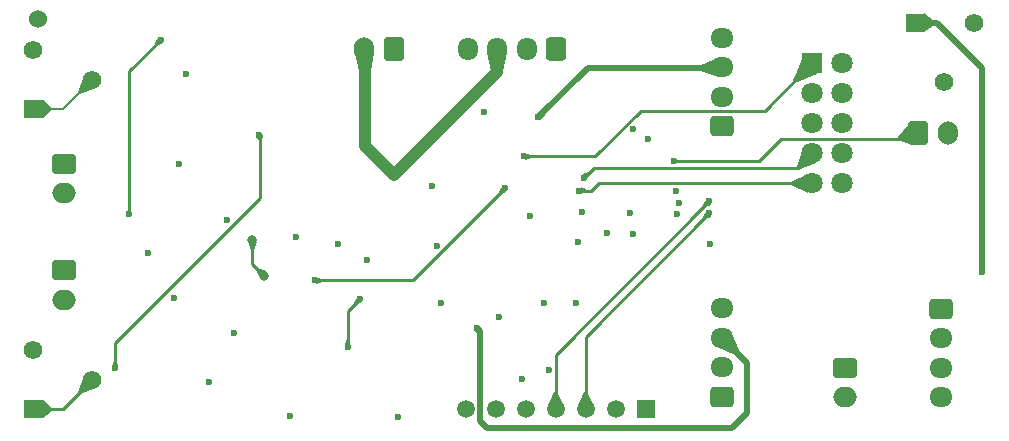
<source format=gbr>
%TF.GenerationSoftware,KiCad,Pcbnew,8.0.6-8.0.6-0~ubuntu24.04.1*%
%TF.CreationDate,2024-10-25T11:14:02+03:00*%
%TF.ProjectId,pss_v2,7073735f-7632-42e6-9b69-6361645f7063,rev?*%
%TF.SameCoordinates,Original*%
%TF.FileFunction,Copper,L2,Inr*%
%TF.FilePolarity,Positive*%
%FSLAX46Y46*%
G04 Gerber Fmt 4.6, Leading zero omitted, Abs format (unit mm)*
G04 Created by KiCad (PCBNEW 8.0.6-8.0.6-0~ubuntu24.04.1) date 2024-10-25 11:14:02*
%MOMM*%
%LPD*%
G01*
G04 APERTURE LIST*
G04 Aperture macros list*
%AMRoundRect*
0 Rectangle with rounded corners*
0 $1 Rounding radius*
0 $2 $3 $4 $5 $6 $7 $8 $9 X,Y pos of 4 corners*
0 Add a 4 corners polygon primitive as box body*
4,1,4,$2,$3,$4,$5,$6,$7,$8,$9,$2,$3,0*
0 Add four circle primitives for the rounded corners*
1,1,$1+$1,$2,$3*
1,1,$1+$1,$4,$5*
1,1,$1+$1,$6,$7*
1,1,$1+$1,$8,$9*
0 Add four rect primitives between the rounded corners*
20,1,$1+$1,$2,$3,$4,$5,0*
20,1,$1+$1,$4,$5,$6,$7,0*
20,1,$1+$1,$6,$7,$8,$9,0*
20,1,$1+$1,$8,$9,$2,$3,0*%
G04 Aperture macros list end*
%TA.AperFunction,ComponentPad*%
%ADD10RoundRect,0.250000X-0.750000X0.600000X-0.750000X-0.600000X0.750000X-0.600000X0.750000X0.600000X0*%
%TD*%
%TA.AperFunction,ComponentPad*%
%ADD11O,2.000000X1.700000*%
%TD*%
%TA.AperFunction,ComponentPad*%
%ADD12O,1.950000X1.700000*%
%TD*%
%TA.AperFunction,ComponentPad*%
%ADD13RoundRect,0.250000X0.725000X-0.600000X0.725000X0.600000X-0.725000X0.600000X-0.725000X-0.600000X0*%
%TD*%
%TA.AperFunction,ComponentPad*%
%ADD14C,1.524000*%
%TD*%
%TA.AperFunction,ComponentPad*%
%ADD15R,1.560000X1.560000*%
%TD*%
%TA.AperFunction,ComponentPad*%
%ADD16C,1.560000*%
%TD*%
%TA.AperFunction,ComponentPad*%
%ADD17RoundRect,0.250000X-0.600000X-0.750000X0.600000X-0.750000X0.600000X0.750000X-0.600000X0.750000X0*%
%TD*%
%TA.AperFunction,ComponentPad*%
%ADD18O,1.700000X2.000000*%
%TD*%
%TA.AperFunction,ComponentPad*%
%ADD19RoundRect,0.250000X-0.725000X0.600000X-0.725000X-0.600000X0.725000X-0.600000X0.725000X0.600000X0*%
%TD*%
%TA.AperFunction,ComponentPad*%
%ADD20R,1.800000X1.800000*%
%TD*%
%TA.AperFunction,ComponentPad*%
%ADD21C,1.800000*%
%TD*%
%TA.AperFunction,ComponentPad*%
%ADD22RoundRect,0.250000X0.600000X0.725000X-0.600000X0.725000X-0.600000X-0.725000X0.600000X-0.725000X0*%
%TD*%
%TA.AperFunction,ComponentPad*%
%ADD23O,1.700000X1.950000*%
%TD*%
%TA.AperFunction,ComponentPad*%
%ADD24RoundRect,0.250000X0.600000X0.750000X-0.600000X0.750000X-0.600000X-0.750000X0.600000X-0.750000X0*%
%TD*%
%TA.AperFunction,ComponentPad*%
%ADD25C,1.500000*%
%TD*%
%TA.AperFunction,ComponentPad*%
%ADD26R,1.500000X1.500000*%
%TD*%
%TA.AperFunction,ViaPad*%
%ADD27C,0.600000*%
%TD*%
%TA.AperFunction,ViaPad*%
%ADD28C,0.800000*%
%TD*%
%TA.AperFunction,Conductor*%
%ADD29C,0.250000*%
%TD*%
%TA.AperFunction,Conductor*%
%ADD30C,0.500000*%
%TD*%
%TA.AperFunction,Conductor*%
%ADD31C,0.200000*%
%TD*%
%TA.AperFunction,Conductor*%
%ADD32C,1.000000*%
%TD*%
G04 APERTURE END LIST*
D10*
%TO.N,GND*%
%TO.C,J4*%
X42325000Y-41950000D03*
D11*
%TO.N,Net-(J4-Pin_2)*%
X42325000Y-44450000D03*
%TD*%
D10*
%TO.N,/WAKEUP_BUTTON*%
%TO.C,J6*%
X108500000Y-50200000D03*
D11*
%TO.N,GND*%
X108500000Y-52700000D03*
%TD*%
D12*
%TO.N,Net-(J8-Pin_4)*%
%TO.C,J8*%
X98075000Y-45150000D03*
%TO.N,+5VP*%
X98075000Y-47650000D03*
%TO.N,/SCL_5V*%
X98075000Y-50150000D03*
D13*
%TO.N,/SDA_5V*%
X98075000Y-52650000D03*
%TD*%
D14*
%TO.N,GND*%
%TO.C,TP1*%
X40200000Y-20700000D03*
%TD*%
D15*
%TO.N,Net-(D2-common)*%
%TO.C,RAV1*%
X39760000Y-28300000D03*
D16*
X44760000Y-25800000D03*
%TO.N,GND*%
X39760000Y-23300000D03*
%TD*%
D10*
%TO.N,GND*%
%TO.C,J3*%
X42325000Y-32900000D03*
D11*
%TO.N,Net-(J3-Pin_2)*%
X42325000Y-35400000D03*
%TD*%
D17*
%TO.N,/LIGHT_VALUE*%
%TO.C,J9*%
X114700000Y-30275000D03*
D18*
%TO.N,GND*%
X117200000Y-30275000D03*
%TD*%
D19*
%TO.N,/INDOOR_FL*%
%TO.C,J12*%
X116625000Y-45190000D03*
D12*
%TO.N,/OUTDOOR_FL*%
X116625000Y-47690000D03*
%TO.N,GND*%
X116625000Y-50190000D03*
X116625000Y-52690000D03*
%TD*%
D15*
%TO.N,Net-(D3-common)*%
%TO.C,RBV1*%
X39760000Y-53700000D03*
D16*
X44760000Y-51200000D03*
%TO.N,GND*%
X39760000Y-48700000D03*
%TD*%
D13*
%TO.N,/SCL*%
%TO.C,J7*%
X98075000Y-29750000D03*
D12*
%TO.N,/SDA*%
X98075000Y-27250000D03*
%TO.N,+3.3V*%
X98075000Y-24750000D03*
%TO.N,GND*%
X98075000Y-22250000D03*
%TD*%
D20*
%TO.N,/MOSI*%
%TO.C,J5*%
X105730000Y-24420000D03*
D21*
%TO.N,+3.3V*%
X108270000Y-24420000D03*
%TO.N,unconnected-(J5-Pin_3-Pad3)*%
X105730000Y-26960000D03*
%TO.N,/RXD*%
X108270000Y-26960000D03*
%TO.N,/RESET#*%
X105730000Y-29500000D03*
%TO.N,/TXD*%
X108270000Y-29500000D03*
%TO.N,/SCK*%
X105730000Y-32040000D03*
%TO.N,GND*%
X108270000Y-32040000D03*
%TO.N,/MISO*%
X105730000Y-34580000D03*
%TO.N,GND*%
X108270000Y-34580000D03*
%TD*%
D22*
%TO.N,/IS_DOOR_OPENED*%
%TO.C,J13*%
X84049000Y-23225000D03*
D23*
%TO.N,GND*%
X81549000Y-23225000D03*
%TO.N,VCC*%
X79049000Y-23225000D03*
%TO.N,GND*%
X76549000Y-23225000D03*
%TD*%
D24*
%TO.N,Net-(J11-Pin_1)*%
%TO.C,J11*%
X70300000Y-23225000D03*
D18*
%TO.N,VCC*%
X67800000Y-23225000D03*
%TD*%
D15*
%TO.N,+3.3V*%
%TO.C,RV1*%
X114400000Y-20960000D03*
D16*
%TO.N,/LIGHT_VALUE*%
X116900000Y-25960000D03*
X119400000Y-20960000D03*
%TD*%
D25*
%TO.N,GND*%
%TO.C,U2*%
X76380000Y-53717500D03*
%TO.N,+5VP*%
X78920000Y-53717500D03*
%TO.N,/LORA_AUX*%
X81460000Y-53717500D03*
%TO.N,/RXD*%
X84000000Y-53717500D03*
%TO.N,/TXD*%
X86540000Y-53717500D03*
%TO.N,/LORA_M1*%
X89080000Y-53717500D03*
D26*
%TO.N,/LORA_M0*%
X91620000Y-53717500D03*
%TD*%
D27*
%TO.N,+3.3V*%
X79700000Y-35000000D03*
X63600000Y-42800000D03*
X82500000Y-29000000D03*
X120081250Y-42081250D03*
%TO.N,GND*%
X54600000Y-51400000D03*
X88300000Y-38800000D03*
X62000000Y-39100000D03*
X74300000Y-44700000D03*
%TO.N,Net-(U1-XTAL1{slash}PB6)*%
X85900000Y-39500000D03*
%TO.N,Net-(D2-common)*%
X52070000Y-32900000D03*
%TO.N,VAA*%
X49500000Y-40500000D03*
X56200000Y-37700000D03*
%TO.N,/VOFFSET*%
X58900000Y-30450000D03*
X52700000Y-25300000D03*
X46700000Y-50200000D03*
%TO.N,VCC*%
X73500000Y-34800000D03*
X70300000Y-33900000D03*
X73908058Y-39908058D03*
%TO.N,/LIGHT_VALUE*%
X94000000Y-32675000D03*
%TO.N,+5VP*%
X77300000Y-46800000D03*
%TO.N,/IS_DOOR_OPENED*%
X90500000Y-38900000D03*
%TO.N,/INDOOR_FL*%
X90550000Y-29950000D03*
%TO.N,/OUTDOOR_FL*%
X91800000Y-30800000D03*
%TO.N,/RESET#*%
X94300000Y-37200000D03*
%TO.N,Net-(U1-XTAL2{slash}PB7)*%
X86200000Y-37000000D03*
%TO.N,/TXD*%
X97000000Y-37100000D03*
%TO.N,/SCL*%
X65600000Y-39700000D03*
X83400000Y-50412500D03*
X94400000Y-36200000D03*
%TO.N,/SDA*%
X81100000Y-51112500D03*
X94220520Y-35204999D03*
X68000000Y-41100000D03*
%TO.N,Net-(Q1-D)*%
X66400000Y-48462500D03*
X67450000Y-44350000D03*
%TO.N,/IS_USE_PRIMARY*%
X47900000Y-37200000D03*
X61500000Y-54300000D03*
X50600000Y-22400000D03*
D28*
%TO.N,/R_VCC_AS*%
X58300000Y-39400000D03*
X59300000Y-42400000D03*
D27*
%TO.N,/DISPLAY_EN*%
X97087500Y-39700000D03*
X90300000Y-37100000D03*
%TO.N,/+5VP_EN*%
X81800000Y-37300000D03*
%TO.N,/AIR_DRYER_EN*%
X77900000Y-28500000D03*
%TO.N,/IS_RESERVE_OK*%
X51700000Y-44300000D03*
X70600000Y-54400000D03*
%TO.N,/LORA_M1*%
X83000000Y-44700000D03*
%TO.N,/LORA_AUX*%
X79200000Y-45900000D03*
%TO.N,/SCK*%
X86400000Y-34100000D03*
%TO.N,/LORA_M0*%
X85700000Y-44700000D03*
%TO.N,/MISO*%
X86000000Y-35200000D03*
%TO.N,Net-(D3-common)*%
X56750000Y-47250000D03*
%TO.N,/RXD*%
X97000000Y-36100000D03*
%TO.N,/MOSI*%
X81300000Y-32300000D03*
%TD*%
D29*
%TO.N,/IS_USE_PRIMARY*%
X47900000Y-37200000D02*
X47900000Y-25100000D01*
X47900000Y-25100000D02*
X50600000Y-22400000D01*
D30*
%TO.N,+3.3V*%
X82500000Y-29000000D02*
X86700000Y-24800000D01*
X86700000Y-24800000D02*
X98025000Y-24800000D01*
X98025000Y-24800000D02*
X98075000Y-24750000D01*
D29*
X79700000Y-35000000D02*
X71900000Y-42800000D01*
D30*
X120081250Y-42081250D02*
X120081250Y-24781250D01*
D29*
X71900000Y-42800000D02*
X63600000Y-42800000D01*
D30*
X120081250Y-24781250D02*
X116260000Y-20960000D01*
X116260000Y-20960000D02*
X114400000Y-20960000D01*
D31*
%TO.N,Net-(D2-common)*%
X39760000Y-28300000D02*
X42260000Y-28300000D01*
X42260000Y-28300000D02*
X44760000Y-25800000D01*
D29*
%TO.N,/VOFFSET*%
X59000000Y-30550000D02*
X59000000Y-35783884D01*
X46700000Y-48083884D02*
X46700000Y-50200000D01*
X59000000Y-35783884D02*
X46700000Y-48083884D01*
X58900000Y-30450000D02*
X59000000Y-30550000D01*
D32*
%TO.N,VCC*%
X70300000Y-33900000D02*
X67850000Y-31450000D01*
X70300000Y-33900000D02*
X79050000Y-25150000D01*
X79050000Y-25150000D02*
X79050000Y-23225000D01*
X67850000Y-31450000D02*
X67850000Y-23150000D01*
D29*
%TO.N,/LIGHT_VALUE*%
X94000000Y-32675000D02*
X101225000Y-32675000D01*
X103085000Y-30815000D02*
X113985000Y-30815000D01*
X101225000Y-32675000D02*
X103085000Y-30815000D01*
D30*
%TO.N,+5VP*%
X77300000Y-46800000D02*
X77600000Y-47100000D01*
X98950000Y-55250000D02*
X100200000Y-54000000D01*
X77600000Y-47100000D02*
X77600000Y-54700000D01*
X100200000Y-49775000D02*
X98075000Y-47650000D01*
X78150000Y-55250000D02*
X98950000Y-55250000D01*
X100200000Y-54000000D02*
X100200000Y-49775000D01*
X77600000Y-54700000D02*
X78150000Y-55250000D01*
D29*
%TO.N,/TXD*%
X86540000Y-47560000D02*
X97000000Y-37100000D01*
X86540000Y-53717500D02*
X86540000Y-47560000D01*
%TO.N,Net-(Q1-D)*%
X66400000Y-45400000D02*
X66400000Y-48300000D01*
X67450000Y-44350000D02*
X66400000Y-45400000D01*
%TO.N,/R_VCC_AS*%
X58300000Y-41400000D02*
X58300000Y-39400000D01*
X59300000Y-42400000D02*
X58300000Y-41400000D01*
%TO.N,/SCK*%
X87200000Y-33300000D02*
X104470000Y-33300000D01*
X86400000Y-34100000D02*
X87200000Y-33300000D01*
X104470000Y-33300000D02*
X105730000Y-32040000D01*
%TO.N,/MISO*%
X87620000Y-34580000D02*
X105730000Y-34580000D01*
X87000000Y-35200000D02*
X87620000Y-34580000D01*
X86000000Y-35200000D02*
X87000000Y-35200000D01*
%TO.N,Net-(D3-common)*%
X42260000Y-53700000D02*
X44760000Y-51200000D01*
X39760000Y-53700000D02*
X42260000Y-53700000D01*
%TO.N,/RXD*%
X84000000Y-50696384D02*
X84025000Y-50671384D01*
X84025000Y-50671384D02*
X84025000Y-50153616D01*
X84000000Y-49100000D02*
X97000000Y-36100000D01*
X84000000Y-50128616D02*
X84000000Y-49100000D01*
X84000000Y-53717500D02*
X84000000Y-50696384D01*
X84025000Y-50153616D02*
X84000000Y-50128616D01*
%TO.N,/MOSI*%
X101725000Y-28425000D02*
X105730000Y-24420000D01*
X81300000Y-32300000D02*
X87316116Y-32300000D01*
X91191116Y-28425000D02*
X101725000Y-28425000D01*
X87316116Y-32300000D02*
X91191116Y-28425000D01*
%TD*%
%TA.AperFunction,Conductor*%
%TO.N,/IS_USE_PRIMARY*%
G36*
X50332707Y-22289248D02*
G01*
X50596184Y-22397436D01*
X50602536Y-22403748D01*
X50602563Y-22403815D01*
X50710751Y-22667292D01*
X50710724Y-22676247D01*
X50705346Y-22682106D01*
X50271740Y-22908673D01*
X50262821Y-22909467D01*
X50258049Y-22906576D01*
X50093423Y-22741950D01*
X50089996Y-22733677D01*
X50091324Y-22728264D01*
X50317894Y-22294651D01*
X50324762Y-22288907D01*
X50332707Y-22289248D01*
G37*
%TD.AperFunction*%
%TD*%
%TA.AperFunction,Conductor*%
%TO.N,+3.3V*%
G36*
X82755099Y-28406572D02*
G01*
X83093427Y-28744900D01*
X83096854Y-28753173D01*
X83094086Y-28760731D01*
X82720318Y-29202457D01*
X82712358Y-29206559D01*
X82703828Y-29203831D01*
X82703140Y-29203200D01*
X82499293Y-29000707D01*
X82499238Y-29000652D01*
X82296799Y-28796859D01*
X82293400Y-28788574D01*
X82296854Y-28780312D01*
X82297523Y-28779697D01*
X82739270Y-28405912D01*
X82747798Y-28403185D01*
X82755099Y-28406572D01*
G37*
%TD.AperFunction*%
%TD*%
%TA.AperFunction,Conductor*%
%TO.N,+3.3V*%
G36*
X97483303Y-24049793D02*
G01*
X98071675Y-24744891D01*
X98074405Y-24753420D01*
X98073788Y-24756316D01*
X97788043Y-25572608D01*
X97782075Y-25579284D01*
X97773134Y-25579785D01*
X97773119Y-25579780D01*
X96274152Y-25052749D01*
X96267484Y-25046772D01*
X96266333Y-25041711D01*
X96266333Y-24557788D01*
X96269760Y-24549515D01*
X96273516Y-24546995D01*
X97469859Y-24046557D01*
X97478813Y-24046527D01*
X97483303Y-24049793D01*
G37*
%TD.AperFunction*%
%TD*%
%TA.AperFunction,Conductor*%
%TO.N,+3.3V*%
G36*
X79432707Y-34889248D02*
G01*
X79696184Y-34997436D01*
X79702536Y-35003748D01*
X79702563Y-35003815D01*
X79810751Y-35267292D01*
X79810724Y-35276247D01*
X79805346Y-35282106D01*
X79371740Y-35508673D01*
X79362821Y-35509467D01*
X79358049Y-35506576D01*
X79193423Y-35341950D01*
X79189996Y-35333677D01*
X79191324Y-35328264D01*
X79417894Y-34894651D01*
X79424762Y-34888907D01*
X79432707Y-34889248D01*
G37*
%TD.AperFunction*%
%TD*%
%TA.AperFunction,Conductor*%
%TO.N,+3.3V*%
G36*
X64191802Y-42672429D02*
G01*
X64198670Y-42678174D01*
X64200000Y-42683592D01*
X64200000Y-42916407D01*
X64196573Y-42924680D01*
X64191801Y-42927571D01*
X63724987Y-43073970D01*
X63716068Y-43073176D01*
X63710691Y-43067318D01*
X63600883Y-42804509D01*
X63600857Y-42795556D01*
X63600862Y-42795542D01*
X63710691Y-42532680D01*
X63717042Y-42526370D01*
X63724986Y-42526029D01*
X64191802Y-42672429D01*
G37*
%TD.AperFunction*%
%TD*%
%TA.AperFunction,Conductor*%
%TO.N,+3.3V*%
G36*
X115188000Y-20185436D02*
G01*
X115954876Y-20706518D01*
X115959793Y-20714002D01*
X115960000Y-20716195D01*
X115960000Y-21203804D01*
X115956573Y-21212077D01*
X115954876Y-21213481D01*
X115188000Y-21734563D01*
X115179231Y-21736379D01*
X115173156Y-21733164D01*
X114651400Y-21212077D01*
X114407287Y-20968276D01*
X114403856Y-20960008D01*
X114407277Y-20951733D01*
X115173156Y-20186834D01*
X115181431Y-20183413D01*
X115188000Y-20185436D01*
G37*
%TD.AperFunction*%
%TD*%
%TA.AperFunction,Conductor*%
%TO.N,Net-(D2-common)*%
G36*
X40548228Y-27527173D02*
G01*
X41315988Y-28196502D01*
X41319973Y-28204522D01*
X41320000Y-28205321D01*
X41320000Y-28394678D01*
X41316573Y-28402951D01*
X41315988Y-28403497D01*
X40548230Y-29072825D01*
X40539743Y-29075679D01*
X40532274Y-29072284D01*
X39767287Y-28308276D01*
X39763856Y-28300007D01*
X39767277Y-28291733D01*
X40532275Y-27527714D01*
X40540549Y-27524293D01*
X40548228Y-27527173D01*
G37*
%TD.AperFunction*%
%TD*%
%TA.AperFunction,Conductor*%
%TO.N,Net-(D2-common)*%
G36*
X44050879Y-25506256D02*
G01*
X44756212Y-25797437D01*
X44762551Y-25803762D01*
X44762562Y-25803787D01*
X45053736Y-26509103D01*
X45053725Y-26518058D01*
X45047386Y-26524383D01*
X45046692Y-26524644D01*
X43734518Y-26971448D01*
X43725582Y-26970870D01*
X43722474Y-26968645D01*
X43591354Y-26837525D01*
X43587927Y-26829252D01*
X43588551Y-26825481D01*
X44035356Y-25513305D01*
X44041266Y-25506580D01*
X44050202Y-25506002D01*
X44050879Y-25506256D01*
G37*
%TD.AperFunction*%
%TD*%
%TA.AperFunction,Conductor*%
%TO.N,/VOFFSET*%
G36*
X59186736Y-30449955D02*
G01*
X59194997Y-30453409D01*
X59198396Y-30461694D01*
X59198299Y-30463155D01*
X59126319Y-31019909D01*
X59121860Y-31027675D01*
X59114716Y-31030109D01*
X58881968Y-31030109D01*
X58873695Y-31026682D01*
X58871681Y-31023984D01*
X58629003Y-30576185D01*
X58628074Y-30567278D01*
X58633715Y-30560323D01*
X58634763Y-30559821D01*
X58897822Y-30449909D01*
X58902362Y-30449007D01*
X59186736Y-30449955D01*
G37*
%TD.AperFunction*%
%TD*%
%TA.AperFunction,Conductor*%
%TO.N,/VOFFSET*%
G36*
X46824680Y-49603427D02*
G01*
X46827571Y-49608199D01*
X46973970Y-50075012D01*
X46973176Y-50083931D01*
X46967317Y-50089309D01*
X46704511Y-50199115D01*
X46695556Y-50199142D01*
X46695489Y-50199115D01*
X46432682Y-50089309D01*
X46426370Y-50082957D01*
X46426029Y-50075013D01*
X46572429Y-49608199D01*
X46578175Y-49601330D01*
X46583593Y-49600000D01*
X46816407Y-49600000D01*
X46824680Y-49603427D01*
G37*
%TD.AperFunction*%
%TD*%
%TA.AperFunction,Conductor*%
%TO.N,VCC*%
G36*
X79872886Y-23512403D02*
G01*
X79879561Y-23518370D01*
X79880448Y-23525950D01*
X79552015Y-25024472D01*
X79546896Y-25031820D01*
X79540586Y-25033667D01*
X78559402Y-25033667D01*
X78551129Y-25030240D01*
X78547976Y-25024486D01*
X78217567Y-23525960D01*
X78219133Y-23517143D01*
X78225125Y-23512399D01*
X79045135Y-23225353D01*
X79052865Y-23225353D01*
X79872886Y-23512403D01*
G37*
%TD.AperFunction*%
%TD*%
%TA.AperFunction,Conductor*%
%TO.N,VCC*%
G36*
X68624526Y-23537353D02*
G01*
X68631042Y-23543495D01*
X68631870Y-23550438D01*
X68351785Y-25049116D01*
X68346897Y-25056619D01*
X68340284Y-25058667D01*
X67359110Y-25058667D01*
X67350837Y-25055240D01*
X67347767Y-25049834D01*
X66968886Y-23550929D01*
X66970181Y-23542069D01*
X66976072Y-23537125D01*
X67795845Y-23225579D01*
X67804155Y-23225579D01*
X68624526Y-23537353D01*
G37*
%TD.AperFunction*%
%TD*%
%TA.AperFunction,Conductor*%
%TO.N,/LIGHT_VALUE*%
G36*
X113858932Y-29659879D02*
G01*
X114691677Y-30268190D01*
X114696337Y-30275837D01*
X114694315Y-30284412D01*
X114009258Y-31249029D01*
X114001674Y-31253790D01*
X113996208Y-31253415D01*
X113008189Y-30942576D01*
X113001325Y-30936824D01*
X113000000Y-30931415D01*
X113000000Y-30694182D01*
X113002653Y-30686764D01*
X113842986Y-29661907D01*
X113850879Y-29657684D01*
X113858932Y-29659879D01*
G37*
%TD.AperFunction*%
%TD*%
%TA.AperFunction,Conductor*%
%TO.N,+5VP*%
G36*
X77575753Y-46689478D02*
G01*
X77581863Y-46695367D01*
X77842327Y-47259129D01*
X77842686Y-47268076D01*
X77836613Y-47274657D01*
X77831706Y-47275736D01*
X77354865Y-47275736D01*
X77346592Y-47272309D01*
X77346569Y-47272286D01*
X77333485Y-47259129D01*
X77096076Y-47020386D01*
X77092672Y-47012103D01*
X77096079Y-47003882D01*
X77298338Y-46800669D01*
X77302181Y-46798104D01*
X77566798Y-46689451D01*
X77575753Y-46689478D01*
G37*
%TD.AperFunction*%
%TD*%
%TA.AperFunction,Conductor*%
%TO.N,+5VP*%
G36*
X99032897Y-47487781D02*
G01*
X99037086Y-47493188D01*
X99502125Y-48719182D01*
X99501856Y-48728133D01*
X99499459Y-48731605D01*
X99156885Y-49074179D01*
X99148612Y-49077606D01*
X99143953Y-49076638D01*
X97663433Y-48433888D01*
X97657209Y-48427450D01*
X97657360Y-48418497D01*
X97657801Y-48417589D01*
X98071588Y-47654281D01*
X98078543Y-47648643D01*
X98079871Y-47648332D01*
X99024164Y-47485808D01*
X99032897Y-47487781D01*
G37*
%TD.AperFunction*%
%TD*%
%TA.AperFunction,Conductor*%
%TO.N,/TXD*%
G36*
X96732707Y-36989248D02*
G01*
X96996184Y-37097436D01*
X97002536Y-37103748D01*
X97002563Y-37103815D01*
X97110751Y-37367292D01*
X97110724Y-37376247D01*
X97105346Y-37382106D01*
X96671740Y-37608673D01*
X96662821Y-37609467D01*
X96658049Y-37606576D01*
X96493423Y-37441950D01*
X96489996Y-37433677D01*
X96491324Y-37428264D01*
X96717894Y-36994651D01*
X96724762Y-36988907D01*
X96732707Y-36989248D01*
G37*
%TD.AperFunction*%
%TD*%
%TA.AperFunction,Conductor*%
%TO.N,/TXD*%
G36*
X86665832Y-52220927D02*
G01*
X86668155Y-52224239D01*
X87227725Y-53419414D01*
X87228130Y-53428360D01*
X87222090Y-53434971D01*
X87221620Y-53435179D01*
X86544491Y-53716633D01*
X86535536Y-53716644D01*
X86535509Y-53716633D01*
X85858379Y-53435179D01*
X85852055Y-53428839D01*
X85852066Y-53419884D01*
X85852274Y-53419414D01*
X86411845Y-52224239D01*
X86418456Y-52218199D01*
X86422441Y-52217500D01*
X86657559Y-52217500D01*
X86665832Y-52220927D01*
G37*
%TD.AperFunction*%
%TD*%
%TA.AperFunction,Conductor*%
%TO.N,Net-(Q1-D)*%
G36*
X66524680Y-47865927D02*
G01*
X66527571Y-47870699D01*
X66673970Y-48337512D01*
X66673176Y-48346431D01*
X66667317Y-48351809D01*
X66404511Y-48461615D01*
X66395556Y-48461642D01*
X66395489Y-48461615D01*
X66132682Y-48351809D01*
X66126370Y-48345457D01*
X66126029Y-48337513D01*
X66272429Y-47870699D01*
X66278175Y-47863830D01*
X66283593Y-47862500D01*
X66516407Y-47862500D01*
X66524680Y-47865927D01*
G37*
%TD.AperFunction*%
%TD*%
%TA.AperFunction,Conductor*%
%TO.N,Net-(Q1-D)*%
G36*
X67182707Y-44239248D02*
G01*
X67446184Y-44347436D01*
X67452536Y-44353748D01*
X67452563Y-44353815D01*
X67560751Y-44617292D01*
X67560724Y-44626247D01*
X67555346Y-44632106D01*
X67121740Y-44858673D01*
X67112821Y-44859467D01*
X67108049Y-44856576D01*
X66943423Y-44691950D01*
X66939996Y-44683677D01*
X66941324Y-44678264D01*
X67167894Y-44244651D01*
X67174762Y-44238907D01*
X67182707Y-44239248D01*
G37*
%TD.AperFunction*%
%TD*%
%TA.AperFunction,Conductor*%
%TO.N,/R_VCC_AS*%
G36*
X58659109Y-39548719D02*
G01*
X58665427Y-39555066D01*
X58665551Y-39563655D01*
X58427859Y-40192437D01*
X58421728Y-40198964D01*
X58416915Y-40200000D01*
X58183085Y-40200000D01*
X58174812Y-40196573D01*
X58172141Y-40192437D01*
X57934448Y-39563655D01*
X57934728Y-39554705D01*
X57940889Y-39548719D01*
X58295500Y-39400875D01*
X58304449Y-39400855D01*
X58659109Y-39548719D01*
G37*
%TD.AperFunction*%
%TD*%
%TA.AperFunction,Conductor*%
%TO.N,/R_VCC_AS*%
G36*
X58830071Y-41749252D02*
G01*
X59442760Y-42025793D01*
X59448891Y-42032320D01*
X59448767Y-42040909D01*
X59302563Y-42396195D01*
X59296245Y-42402542D01*
X59296195Y-42402563D01*
X58940909Y-42548767D01*
X58931955Y-42548746D01*
X58925793Y-42542760D01*
X58861676Y-42400707D01*
X58699279Y-42040909D01*
X58649252Y-41930071D01*
X58648972Y-41921121D01*
X58651641Y-41916987D01*
X58816986Y-41751642D01*
X58825258Y-41748216D01*
X58830071Y-41749252D01*
G37*
%TD.AperFunction*%
%TD*%
%TA.AperFunction,Conductor*%
%TO.N,/SCK*%
G36*
X86741950Y-33593423D02*
G01*
X86906576Y-33758049D01*
X86910003Y-33766322D01*
X86908673Y-33771740D01*
X86682106Y-34205346D01*
X86675237Y-34211092D01*
X86667292Y-34210751D01*
X86403815Y-34102563D01*
X86397463Y-34096251D01*
X86397436Y-34096184D01*
X86289248Y-33832707D01*
X86289275Y-33823752D01*
X86294651Y-33817894D01*
X86728262Y-33591325D01*
X86737178Y-33590532D01*
X86741950Y-33593423D01*
G37*
%TD.AperFunction*%
%TD*%
%TA.AperFunction,Conductor*%
%TO.N,/SCK*%
G36*
X104910440Y-31700521D02*
G01*
X105726512Y-32038143D01*
X105732846Y-32044472D01*
X105732853Y-32044488D01*
X106069658Y-32859975D01*
X106069649Y-32868929D01*
X106063310Y-32875255D01*
X106062622Y-32875514D01*
X104467387Y-33419719D01*
X104458450Y-33419147D01*
X104452536Y-33412424D01*
X104451909Y-33408646D01*
X104451909Y-33176728D01*
X104452408Y-33173347D01*
X104542316Y-32875514D01*
X104894774Y-31707951D01*
X104900445Y-31701024D01*
X104909355Y-31700134D01*
X104910440Y-31700521D01*
G37*
%TD.AperFunction*%
%TD*%
%TA.AperFunction,Conductor*%
%TO.N,/MISO*%
G36*
X105390063Y-33759339D02*
G01*
X105390342Y-33759960D01*
X105729135Y-34575512D01*
X105729144Y-34584466D01*
X105729135Y-34584488D01*
X105390342Y-35400039D01*
X105384003Y-35406365D01*
X105375049Y-35406356D01*
X105374428Y-35406077D01*
X103936591Y-34708199D01*
X103930645Y-34701503D01*
X103930000Y-34697673D01*
X103930000Y-34462326D01*
X103933427Y-34454053D01*
X103936586Y-34451802D01*
X105374430Y-33753921D01*
X105383367Y-33753393D01*
X105390063Y-33759339D01*
G37*
%TD.AperFunction*%
%TD*%
%TA.AperFunction,Conductor*%
%TO.N,/MISO*%
G36*
X86591802Y-35072429D02*
G01*
X86598670Y-35078174D01*
X86600000Y-35083592D01*
X86600000Y-35316407D01*
X86596573Y-35324680D01*
X86591801Y-35327571D01*
X86124987Y-35473970D01*
X86116068Y-35473176D01*
X86110691Y-35467318D01*
X86000883Y-35204509D01*
X86000857Y-35195556D01*
X86000862Y-35195542D01*
X86110691Y-34932680D01*
X86117042Y-34926370D01*
X86124986Y-34926029D01*
X86591802Y-35072429D01*
G37*
%TD.AperFunction*%
%TD*%
%TA.AperFunction,Conductor*%
%TO.N,Net-(D3-common)*%
G36*
X44050703Y-50906184D02*
G01*
X44756212Y-51197437D01*
X44762551Y-51203762D01*
X44762562Y-51203787D01*
X45053812Y-51909288D01*
X45053801Y-51918243D01*
X45047462Y-51924568D01*
X45046946Y-51924766D01*
X43752282Y-52388971D01*
X43743338Y-52388538D01*
X43740060Y-52386231D01*
X43573768Y-52219939D01*
X43570341Y-52211666D01*
X43571027Y-52207720D01*
X44035234Y-50913050D01*
X44041251Y-50906422D01*
X44050195Y-50905989D01*
X44050703Y-50906184D01*
G37*
%TD.AperFunction*%
%TD*%
%TA.AperFunction,Conductor*%
%TO.N,Net-(D3-common)*%
G36*
X40548207Y-52926892D02*
G01*
X41315824Y-53571493D01*
X41319956Y-53579438D01*
X41320000Y-53580453D01*
X41320000Y-53819546D01*
X41316573Y-53827819D01*
X41315824Y-53828506D01*
X40548207Y-54473107D01*
X40539668Y-54475803D01*
X40532415Y-54472425D01*
X39767287Y-53708276D01*
X39763856Y-53700007D01*
X39767277Y-53691733D01*
X40532417Y-52927573D01*
X40540690Y-52924152D01*
X40548207Y-52926892D01*
G37*
%TD.AperFunction*%
%TD*%
%TA.AperFunction,Conductor*%
%TO.N,/RXD*%
G36*
X96732707Y-35989248D02*
G01*
X96996184Y-36097436D01*
X97002536Y-36103748D01*
X97002563Y-36103815D01*
X97110751Y-36367292D01*
X97110724Y-36376247D01*
X97105346Y-36382106D01*
X96671740Y-36608673D01*
X96662821Y-36609467D01*
X96658049Y-36606576D01*
X96493423Y-36441950D01*
X96489996Y-36433677D01*
X96491324Y-36428264D01*
X96717894Y-35994651D01*
X96724762Y-35988907D01*
X96732707Y-35989248D01*
G37*
%TD.AperFunction*%
%TD*%
%TA.AperFunction,Conductor*%
%TO.N,/RXD*%
G36*
X84125832Y-52220927D02*
G01*
X84128155Y-52224239D01*
X84687725Y-53419414D01*
X84688130Y-53428360D01*
X84682090Y-53434971D01*
X84681620Y-53435179D01*
X84004491Y-53716633D01*
X83995536Y-53716644D01*
X83995509Y-53716633D01*
X83318379Y-53435179D01*
X83312055Y-53428839D01*
X83312066Y-53419884D01*
X83312274Y-53419414D01*
X83871845Y-52224239D01*
X83878456Y-52218199D01*
X83882441Y-52217500D01*
X84117559Y-52217500D01*
X84125832Y-52220927D01*
G37*
%TD.AperFunction*%
%TD*%
%TA.AperFunction,Conductor*%
%TO.N,/MOSI*%
G36*
X104840898Y-24051710D02*
G01*
X105726215Y-24417437D01*
X105732553Y-24423763D01*
X105732562Y-24423784D01*
X106098267Y-25309046D01*
X106098258Y-25318001D01*
X106091920Y-25324327D01*
X106091780Y-25324383D01*
X104289147Y-26041935D01*
X104280193Y-26041811D01*
X104276547Y-26039338D01*
X104110661Y-25873452D01*
X104107234Y-25865179D01*
X104108064Y-25860852D01*
X104321632Y-25324327D01*
X104825617Y-24058217D01*
X104831859Y-24051800D01*
X104840813Y-24051676D01*
X104840898Y-24051710D01*
G37*
%TD.AperFunction*%
%TD*%
%TA.AperFunction,Conductor*%
%TO.N,/MOSI*%
G36*
X81891802Y-32172429D02*
G01*
X81898670Y-32178174D01*
X81900000Y-32183592D01*
X81900000Y-32416407D01*
X81896573Y-32424680D01*
X81891801Y-32427571D01*
X81424987Y-32573970D01*
X81416068Y-32573176D01*
X81410691Y-32567318D01*
X81300883Y-32304509D01*
X81300857Y-32295556D01*
X81300862Y-32295542D01*
X81410691Y-32032680D01*
X81417042Y-32026370D01*
X81424986Y-32026029D01*
X81891802Y-32172429D01*
G37*
%TD.AperFunction*%
%TD*%
M02*

</source>
